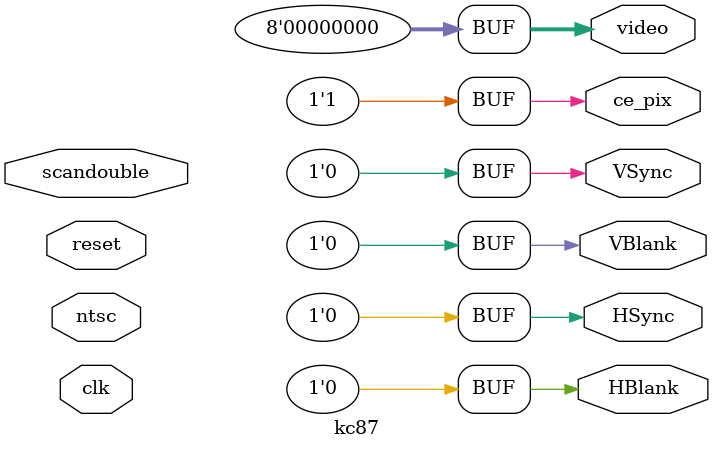
<source format=v>

module kc87
(
	input         clk,
	input         reset,
	
	input         ntsc,
	input         scandouble,

	output reg    ce_pix,

	output reg    HBlank,
	output reg    HSync,
	output reg    VBlank,
	output reg    VSync,

	output  [7:0] video
);

assign ce_pix	= 1;

assign HBlank	= 0;
assign HSync	= 0;
assign VBlank	= 0;
assign VSync	= 0;

assign video	= 0;

// ********** T80 CPU **********
wire cen;
wire wait_n;
wire int_n;
wire nmi_n;
wire busrq_n;
wire m1_n;
wire iorq;
wire noread;
wire write;
wire rfsh_n;
wire halt_n;
wire busak_n;
wire [15:0] a;
wire [7:0] dinst;
wire [7:0] t80_di;
wire [7:0] t80_do;
wire [2:0] mc;
wire [2:0] ts;

wire intcycle_n;
wire inte;
wire stop;
wire reti_n;

T80 T80
(
	.RESET_n(reset),
	.CLK_n(clk),
	.CEN(cen),
	.WAIT_n(wait_n),
	.INT_n(int_n),
	.NMI_n(nmi_n),
	.BUSRQ_n(busrq_n),
	.M1_n(m1_n),
	.IORQ(iorq),
	.NoRead(noread),
	.Write(write),
	.RFSH_n(rfsh_n),
	.HALT_n(halt_n),
	.BUSAK_n(busak_n),
	.A(a),
	.DInst(dinst),
	.DI(t80_di),
	.DO(t80_do),
	.MC(mc),
	.TS(ts),
	.IntCycle_n(intcycle_n),
	.IntE(inte),
	.Stop(stop),
	.RETI_n(reti_n)
);

// ********** interupt controller **********

//-- interupt controller
//	intController : entity work.intController
//	port map (
//	  clk         => clk,
//	  res_n       => resetInt,
//	  int_n       => int_n,
//	  intPeriph   => intPeriph,
//	  intAck      => intAckPeriph,
//	  cpuDIn      => cpu_di,
//	  m1_n        => m1_n,
//	  iorq_n      => iorq_n,
//	  rd_n        => rd_n,
//	  RETI_n      => RETI_n
//	);

endmodule

</source>
